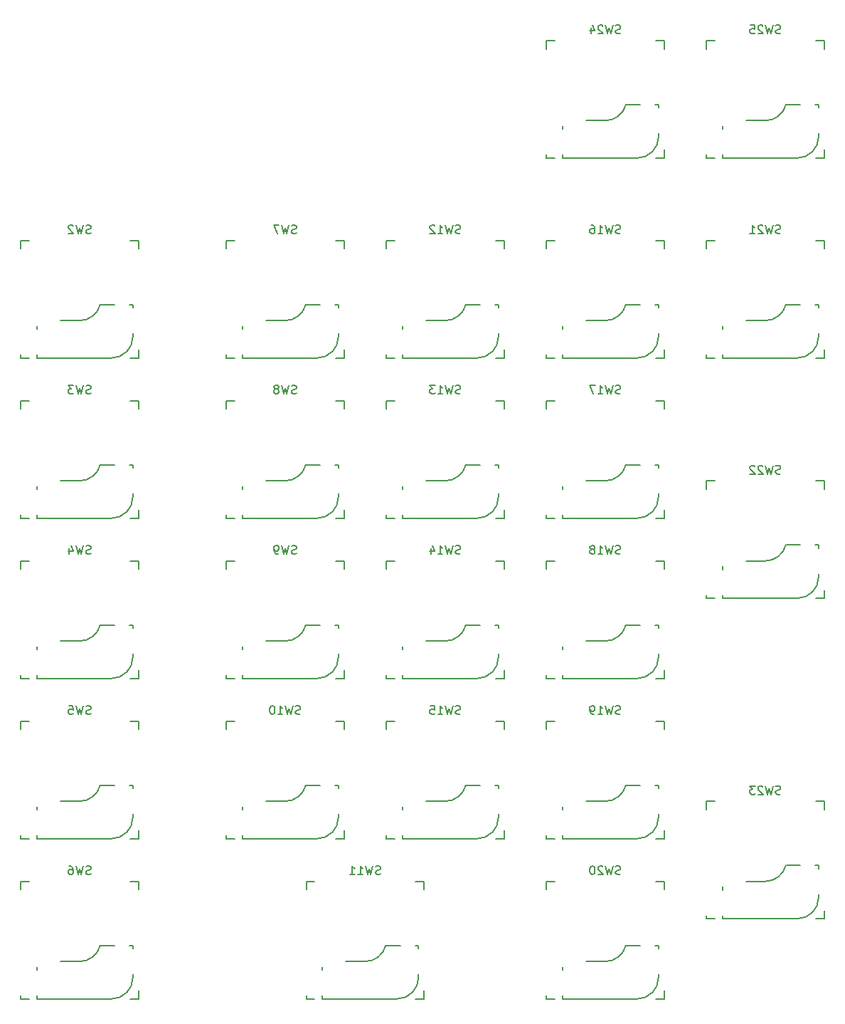
<source format=gbr>
%TF.GenerationSoftware,KiCad,Pcbnew,7.0.7*%
%TF.CreationDate,2024-03-05T00:21:34+09:00*%
%TF.ProjectId,RP2040_KBD,52503230-3430-45f4-9b42-442e6b696361,rev?*%
%TF.SameCoordinates,Original*%
%TF.FileFunction,Legend,Bot*%
%TF.FilePolarity,Positive*%
%FSLAX46Y46*%
G04 Gerber Fmt 4.6, Leading zero omitted, Abs format (unit mm)*
G04 Created by KiCad (PCBNEW 7.0.7) date 2024-03-05 00:21:34*
%MOMM*%
%LPD*%
G01*
G04 APERTURE LIST*
%ADD10C,0.150000*%
G04 APERTURE END LIST*
D10*
X53423332Y-75672200D02*
X53280475Y-75719819D01*
X53280475Y-75719819D02*
X53042380Y-75719819D01*
X53042380Y-75719819D02*
X52947142Y-75672200D01*
X52947142Y-75672200D02*
X52899523Y-75624580D01*
X52899523Y-75624580D02*
X52851904Y-75529342D01*
X52851904Y-75529342D02*
X52851904Y-75434104D01*
X52851904Y-75434104D02*
X52899523Y-75338866D01*
X52899523Y-75338866D02*
X52947142Y-75291247D01*
X52947142Y-75291247D02*
X53042380Y-75243628D01*
X53042380Y-75243628D02*
X53232856Y-75196009D01*
X53232856Y-75196009D02*
X53328094Y-75148390D01*
X53328094Y-75148390D02*
X53375713Y-75100771D01*
X53375713Y-75100771D02*
X53423332Y-75005533D01*
X53423332Y-75005533D02*
X53423332Y-74910295D01*
X53423332Y-74910295D02*
X53375713Y-74815057D01*
X53375713Y-74815057D02*
X53328094Y-74767438D01*
X53328094Y-74767438D02*
X53232856Y-74719819D01*
X53232856Y-74719819D02*
X52994761Y-74719819D01*
X52994761Y-74719819D02*
X52851904Y-74767438D01*
X52518570Y-74719819D02*
X52280475Y-75719819D01*
X52280475Y-75719819D02*
X52089999Y-75005533D01*
X52089999Y-75005533D02*
X51899523Y-75719819D01*
X51899523Y-75719819D02*
X51661428Y-74719819D01*
X51375713Y-74719819D02*
X50756666Y-74719819D01*
X50756666Y-74719819D02*
X51089999Y-75100771D01*
X51089999Y-75100771D02*
X50947142Y-75100771D01*
X50947142Y-75100771D02*
X50851904Y-75148390D01*
X50851904Y-75148390D02*
X50804285Y-75196009D01*
X50804285Y-75196009D02*
X50756666Y-75291247D01*
X50756666Y-75291247D02*
X50756666Y-75529342D01*
X50756666Y-75529342D02*
X50804285Y-75624580D01*
X50804285Y-75624580D02*
X50851904Y-75672200D01*
X50851904Y-75672200D02*
X50947142Y-75719819D01*
X50947142Y-75719819D02*
X51232856Y-75719819D01*
X51232856Y-75719819D02*
X51328094Y-75672200D01*
X51328094Y-75672200D02*
X51375713Y-75624580D01*
X97419523Y-94722200D02*
X97276666Y-94769819D01*
X97276666Y-94769819D02*
X97038571Y-94769819D01*
X97038571Y-94769819D02*
X96943333Y-94722200D01*
X96943333Y-94722200D02*
X96895714Y-94674580D01*
X96895714Y-94674580D02*
X96848095Y-94579342D01*
X96848095Y-94579342D02*
X96848095Y-94484104D01*
X96848095Y-94484104D02*
X96895714Y-94388866D01*
X96895714Y-94388866D02*
X96943333Y-94341247D01*
X96943333Y-94341247D02*
X97038571Y-94293628D01*
X97038571Y-94293628D02*
X97229047Y-94246009D01*
X97229047Y-94246009D02*
X97324285Y-94198390D01*
X97324285Y-94198390D02*
X97371904Y-94150771D01*
X97371904Y-94150771D02*
X97419523Y-94055533D01*
X97419523Y-94055533D02*
X97419523Y-93960295D01*
X97419523Y-93960295D02*
X97371904Y-93865057D01*
X97371904Y-93865057D02*
X97324285Y-93817438D01*
X97324285Y-93817438D02*
X97229047Y-93769819D01*
X97229047Y-93769819D02*
X96990952Y-93769819D01*
X96990952Y-93769819D02*
X96848095Y-93817438D01*
X96514761Y-93769819D02*
X96276666Y-94769819D01*
X96276666Y-94769819D02*
X96086190Y-94055533D01*
X96086190Y-94055533D02*
X95895714Y-94769819D01*
X95895714Y-94769819D02*
X95657619Y-93769819D01*
X94752857Y-94769819D02*
X95324285Y-94769819D01*
X95038571Y-94769819D02*
X95038571Y-93769819D01*
X95038571Y-93769819D02*
X95133809Y-93912676D01*
X95133809Y-93912676D02*
X95229047Y-94007914D01*
X95229047Y-94007914D02*
X95324285Y-94055533D01*
X93895714Y-94103152D02*
X93895714Y-94769819D01*
X94133809Y-93722200D02*
X94371904Y-94436485D01*
X94371904Y-94436485D02*
X93752857Y-94436485D01*
X53423332Y-132822200D02*
X53280475Y-132869819D01*
X53280475Y-132869819D02*
X53042380Y-132869819D01*
X53042380Y-132869819D02*
X52947142Y-132822200D01*
X52947142Y-132822200D02*
X52899523Y-132774580D01*
X52899523Y-132774580D02*
X52851904Y-132679342D01*
X52851904Y-132679342D02*
X52851904Y-132584104D01*
X52851904Y-132584104D02*
X52899523Y-132488866D01*
X52899523Y-132488866D02*
X52947142Y-132441247D01*
X52947142Y-132441247D02*
X53042380Y-132393628D01*
X53042380Y-132393628D02*
X53232856Y-132346009D01*
X53232856Y-132346009D02*
X53328094Y-132298390D01*
X53328094Y-132298390D02*
X53375713Y-132250771D01*
X53375713Y-132250771D02*
X53423332Y-132155533D01*
X53423332Y-132155533D02*
X53423332Y-132060295D01*
X53423332Y-132060295D02*
X53375713Y-131965057D01*
X53375713Y-131965057D02*
X53328094Y-131917438D01*
X53328094Y-131917438D02*
X53232856Y-131869819D01*
X53232856Y-131869819D02*
X52994761Y-131869819D01*
X52994761Y-131869819D02*
X52851904Y-131917438D01*
X52518570Y-131869819D02*
X52280475Y-132869819D01*
X52280475Y-132869819D02*
X52089999Y-132155533D01*
X52089999Y-132155533D02*
X51899523Y-132869819D01*
X51899523Y-132869819D02*
X51661428Y-131869819D01*
X50851904Y-131869819D02*
X51042380Y-131869819D01*
X51042380Y-131869819D02*
X51137618Y-131917438D01*
X51137618Y-131917438D02*
X51185237Y-131965057D01*
X51185237Y-131965057D02*
X51280475Y-132107914D01*
X51280475Y-132107914D02*
X51328094Y-132298390D01*
X51328094Y-132298390D02*
X51328094Y-132679342D01*
X51328094Y-132679342D02*
X51280475Y-132774580D01*
X51280475Y-132774580D02*
X51232856Y-132822200D01*
X51232856Y-132822200D02*
X51137618Y-132869819D01*
X51137618Y-132869819D02*
X50947142Y-132869819D01*
X50947142Y-132869819D02*
X50851904Y-132822200D01*
X50851904Y-132822200D02*
X50804285Y-132774580D01*
X50804285Y-132774580D02*
X50756666Y-132679342D01*
X50756666Y-132679342D02*
X50756666Y-132441247D01*
X50756666Y-132441247D02*
X50804285Y-132346009D01*
X50804285Y-132346009D02*
X50851904Y-132298390D01*
X50851904Y-132298390D02*
X50947142Y-132250771D01*
X50947142Y-132250771D02*
X51137618Y-132250771D01*
X51137618Y-132250771D02*
X51232856Y-132298390D01*
X51232856Y-132298390D02*
X51280475Y-132346009D01*
X51280475Y-132346009D02*
X51328094Y-132441247D01*
X77893332Y-75672200D02*
X77750475Y-75719819D01*
X77750475Y-75719819D02*
X77512380Y-75719819D01*
X77512380Y-75719819D02*
X77417142Y-75672200D01*
X77417142Y-75672200D02*
X77369523Y-75624580D01*
X77369523Y-75624580D02*
X77321904Y-75529342D01*
X77321904Y-75529342D02*
X77321904Y-75434104D01*
X77321904Y-75434104D02*
X77369523Y-75338866D01*
X77369523Y-75338866D02*
X77417142Y-75291247D01*
X77417142Y-75291247D02*
X77512380Y-75243628D01*
X77512380Y-75243628D02*
X77702856Y-75196009D01*
X77702856Y-75196009D02*
X77798094Y-75148390D01*
X77798094Y-75148390D02*
X77845713Y-75100771D01*
X77845713Y-75100771D02*
X77893332Y-75005533D01*
X77893332Y-75005533D02*
X77893332Y-74910295D01*
X77893332Y-74910295D02*
X77845713Y-74815057D01*
X77845713Y-74815057D02*
X77798094Y-74767438D01*
X77798094Y-74767438D02*
X77702856Y-74719819D01*
X77702856Y-74719819D02*
X77464761Y-74719819D01*
X77464761Y-74719819D02*
X77321904Y-74767438D01*
X76988570Y-74719819D02*
X76750475Y-75719819D01*
X76750475Y-75719819D02*
X76559999Y-75005533D01*
X76559999Y-75005533D02*
X76369523Y-75719819D01*
X76369523Y-75719819D02*
X76131428Y-74719819D01*
X75607618Y-75148390D02*
X75702856Y-75100771D01*
X75702856Y-75100771D02*
X75750475Y-75053152D01*
X75750475Y-75053152D02*
X75798094Y-74957914D01*
X75798094Y-74957914D02*
X75798094Y-74910295D01*
X75798094Y-74910295D02*
X75750475Y-74815057D01*
X75750475Y-74815057D02*
X75702856Y-74767438D01*
X75702856Y-74767438D02*
X75607618Y-74719819D01*
X75607618Y-74719819D02*
X75417142Y-74719819D01*
X75417142Y-74719819D02*
X75321904Y-74767438D01*
X75321904Y-74767438D02*
X75274285Y-74815057D01*
X75274285Y-74815057D02*
X75226666Y-74910295D01*
X75226666Y-74910295D02*
X75226666Y-74957914D01*
X75226666Y-74957914D02*
X75274285Y-75053152D01*
X75274285Y-75053152D02*
X75321904Y-75100771D01*
X75321904Y-75100771D02*
X75417142Y-75148390D01*
X75417142Y-75148390D02*
X75607618Y-75148390D01*
X75607618Y-75148390D02*
X75702856Y-75196009D01*
X75702856Y-75196009D02*
X75750475Y-75243628D01*
X75750475Y-75243628D02*
X75798094Y-75338866D01*
X75798094Y-75338866D02*
X75798094Y-75529342D01*
X75798094Y-75529342D02*
X75750475Y-75624580D01*
X75750475Y-75624580D02*
X75702856Y-75672200D01*
X75702856Y-75672200D02*
X75607618Y-75719819D01*
X75607618Y-75719819D02*
X75417142Y-75719819D01*
X75417142Y-75719819D02*
X75321904Y-75672200D01*
X75321904Y-75672200D02*
X75274285Y-75624580D01*
X75274285Y-75624580D02*
X75226666Y-75529342D01*
X75226666Y-75529342D02*
X75226666Y-75338866D01*
X75226666Y-75338866D02*
X75274285Y-75243628D01*
X75274285Y-75243628D02*
X75321904Y-75196009D01*
X75321904Y-75196009D02*
X75417142Y-75148390D01*
X116469523Y-75672200D02*
X116326666Y-75719819D01*
X116326666Y-75719819D02*
X116088571Y-75719819D01*
X116088571Y-75719819D02*
X115993333Y-75672200D01*
X115993333Y-75672200D02*
X115945714Y-75624580D01*
X115945714Y-75624580D02*
X115898095Y-75529342D01*
X115898095Y-75529342D02*
X115898095Y-75434104D01*
X115898095Y-75434104D02*
X115945714Y-75338866D01*
X115945714Y-75338866D02*
X115993333Y-75291247D01*
X115993333Y-75291247D02*
X116088571Y-75243628D01*
X116088571Y-75243628D02*
X116279047Y-75196009D01*
X116279047Y-75196009D02*
X116374285Y-75148390D01*
X116374285Y-75148390D02*
X116421904Y-75100771D01*
X116421904Y-75100771D02*
X116469523Y-75005533D01*
X116469523Y-75005533D02*
X116469523Y-74910295D01*
X116469523Y-74910295D02*
X116421904Y-74815057D01*
X116421904Y-74815057D02*
X116374285Y-74767438D01*
X116374285Y-74767438D02*
X116279047Y-74719819D01*
X116279047Y-74719819D02*
X116040952Y-74719819D01*
X116040952Y-74719819D02*
X115898095Y-74767438D01*
X115564761Y-74719819D02*
X115326666Y-75719819D01*
X115326666Y-75719819D02*
X115136190Y-75005533D01*
X115136190Y-75005533D02*
X114945714Y-75719819D01*
X114945714Y-75719819D02*
X114707619Y-74719819D01*
X113802857Y-75719819D02*
X114374285Y-75719819D01*
X114088571Y-75719819D02*
X114088571Y-74719819D01*
X114088571Y-74719819D02*
X114183809Y-74862676D01*
X114183809Y-74862676D02*
X114279047Y-74957914D01*
X114279047Y-74957914D02*
X114374285Y-75005533D01*
X113469523Y-74719819D02*
X112802857Y-74719819D01*
X112802857Y-74719819D02*
X113231428Y-75719819D01*
X97419523Y-75672200D02*
X97276666Y-75719819D01*
X97276666Y-75719819D02*
X97038571Y-75719819D01*
X97038571Y-75719819D02*
X96943333Y-75672200D01*
X96943333Y-75672200D02*
X96895714Y-75624580D01*
X96895714Y-75624580D02*
X96848095Y-75529342D01*
X96848095Y-75529342D02*
X96848095Y-75434104D01*
X96848095Y-75434104D02*
X96895714Y-75338866D01*
X96895714Y-75338866D02*
X96943333Y-75291247D01*
X96943333Y-75291247D02*
X97038571Y-75243628D01*
X97038571Y-75243628D02*
X97229047Y-75196009D01*
X97229047Y-75196009D02*
X97324285Y-75148390D01*
X97324285Y-75148390D02*
X97371904Y-75100771D01*
X97371904Y-75100771D02*
X97419523Y-75005533D01*
X97419523Y-75005533D02*
X97419523Y-74910295D01*
X97419523Y-74910295D02*
X97371904Y-74815057D01*
X97371904Y-74815057D02*
X97324285Y-74767438D01*
X97324285Y-74767438D02*
X97229047Y-74719819D01*
X97229047Y-74719819D02*
X96990952Y-74719819D01*
X96990952Y-74719819D02*
X96848095Y-74767438D01*
X96514761Y-74719819D02*
X96276666Y-75719819D01*
X96276666Y-75719819D02*
X96086190Y-75005533D01*
X96086190Y-75005533D02*
X95895714Y-75719819D01*
X95895714Y-75719819D02*
X95657619Y-74719819D01*
X94752857Y-75719819D02*
X95324285Y-75719819D01*
X95038571Y-75719819D02*
X95038571Y-74719819D01*
X95038571Y-74719819D02*
X95133809Y-74862676D01*
X95133809Y-74862676D02*
X95229047Y-74957914D01*
X95229047Y-74957914D02*
X95324285Y-75005533D01*
X94419523Y-74719819D02*
X93800476Y-74719819D01*
X93800476Y-74719819D02*
X94133809Y-75100771D01*
X94133809Y-75100771D02*
X93990952Y-75100771D01*
X93990952Y-75100771D02*
X93895714Y-75148390D01*
X93895714Y-75148390D02*
X93848095Y-75196009D01*
X93848095Y-75196009D02*
X93800476Y-75291247D01*
X93800476Y-75291247D02*
X93800476Y-75529342D01*
X93800476Y-75529342D02*
X93848095Y-75624580D01*
X93848095Y-75624580D02*
X93895714Y-75672200D01*
X93895714Y-75672200D02*
X93990952Y-75719819D01*
X93990952Y-75719819D02*
X94276666Y-75719819D01*
X94276666Y-75719819D02*
X94371904Y-75672200D01*
X94371904Y-75672200D02*
X94419523Y-75624580D01*
X97419523Y-113772200D02*
X97276666Y-113819819D01*
X97276666Y-113819819D02*
X97038571Y-113819819D01*
X97038571Y-113819819D02*
X96943333Y-113772200D01*
X96943333Y-113772200D02*
X96895714Y-113724580D01*
X96895714Y-113724580D02*
X96848095Y-113629342D01*
X96848095Y-113629342D02*
X96848095Y-113534104D01*
X96848095Y-113534104D02*
X96895714Y-113438866D01*
X96895714Y-113438866D02*
X96943333Y-113391247D01*
X96943333Y-113391247D02*
X97038571Y-113343628D01*
X97038571Y-113343628D02*
X97229047Y-113296009D01*
X97229047Y-113296009D02*
X97324285Y-113248390D01*
X97324285Y-113248390D02*
X97371904Y-113200771D01*
X97371904Y-113200771D02*
X97419523Y-113105533D01*
X97419523Y-113105533D02*
X97419523Y-113010295D01*
X97419523Y-113010295D02*
X97371904Y-112915057D01*
X97371904Y-112915057D02*
X97324285Y-112867438D01*
X97324285Y-112867438D02*
X97229047Y-112819819D01*
X97229047Y-112819819D02*
X96990952Y-112819819D01*
X96990952Y-112819819D02*
X96848095Y-112867438D01*
X96514761Y-112819819D02*
X96276666Y-113819819D01*
X96276666Y-113819819D02*
X96086190Y-113105533D01*
X96086190Y-113105533D02*
X95895714Y-113819819D01*
X95895714Y-113819819D02*
X95657619Y-112819819D01*
X94752857Y-113819819D02*
X95324285Y-113819819D01*
X95038571Y-113819819D02*
X95038571Y-112819819D01*
X95038571Y-112819819D02*
X95133809Y-112962676D01*
X95133809Y-112962676D02*
X95229047Y-113057914D01*
X95229047Y-113057914D02*
X95324285Y-113105533D01*
X93848095Y-112819819D02*
X94324285Y-112819819D01*
X94324285Y-112819819D02*
X94371904Y-113296009D01*
X94371904Y-113296009D02*
X94324285Y-113248390D01*
X94324285Y-113248390D02*
X94229047Y-113200771D01*
X94229047Y-113200771D02*
X93990952Y-113200771D01*
X93990952Y-113200771D02*
X93895714Y-113248390D01*
X93895714Y-113248390D02*
X93848095Y-113296009D01*
X93848095Y-113296009D02*
X93800476Y-113391247D01*
X93800476Y-113391247D02*
X93800476Y-113629342D01*
X93800476Y-113629342D02*
X93848095Y-113724580D01*
X93848095Y-113724580D02*
X93895714Y-113772200D01*
X93895714Y-113772200D02*
X93990952Y-113819819D01*
X93990952Y-113819819D02*
X94229047Y-113819819D01*
X94229047Y-113819819D02*
X94324285Y-113772200D01*
X94324285Y-113772200D02*
X94371904Y-113724580D01*
X135519523Y-85197200D02*
X135376666Y-85244819D01*
X135376666Y-85244819D02*
X135138571Y-85244819D01*
X135138571Y-85244819D02*
X135043333Y-85197200D01*
X135043333Y-85197200D02*
X134995714Y-85149580D01*
X134995714Y-85149580D02*
X134948095Y-85054342D01*
X134948095Y-85054342D02*
X134948095Y-84959104D01*
X134948095Y-84959104D02*
X134995714Y-84863866D01*
X134995714Y-84863866D02*
X135043333Y-84816247D01*
X135043333Y-84816247D02*
X135138571Y-84768628D01*
X135138571Y-84768628D02*
X135329047Y-84721009D01*
X135329047Y-84721009D02*
X135424285Y-84673390D01*
X135424285Y-84673390D02*
X135471904Y-84625771D01*
X135471904Y-84625771D02*
X135519523Y-84530533D01*
X135519523Y-84530533D02*
X135519523Y-84435295D01*
X135519523Y-84435295D02*
X135471904Y-84340057D01*
X135471904Y-84340057D02*
X135424285Y-84292438D01*
X135424285Y-84292438D02*
X135329047Y-84244819D01*
X135329047Y-84244819D02*
X135090952Y-84244819D01*
X135090952Y-84244819D02*
X134948095Y-84292438D01*
X134614761Y-84244819D02*
X134376666Y-85244819D01*
X134376666Y-85244819D02*
X134186190Y-84530533D01*
X134186190Y-84530533D02*
X133995714Y-85244819D01*
X133995714Y-85244819D02*
X133757619Y-84244819D01*
X133424285Y-84340057D02*
X133376666Y-84292438D01*
X133376666Y-84292438D02*
X133281428Y-84244819D01*
X133281428Y-84244819D02*
X133043333Y-84244819D01*
X133043333Y-84244819D02*
X132948095Y-84292438D01*
X132948095Y-84292438D02*
X132900476Y-84340057D01*
X132900476Y-84340057D02*
X132852857Y-84435295D01*
X132852857Y-84435295D02*
X132852857Y-84530533D01*
X132852857Y-84530533D02*
X132900476Y-84673390D01*
X132900476Y-84673390D02*
X133471904Y-85244819D01*
X133471904Y-85244819D02*
X132852857Y-85244819D01*
X132471904Y-84340057D02*
X132424285Y-84292438D01*
X132424285Y-84292438D02*
X132329047Y-84244819D01*
X132329047Y-84244819D02*
X132090952Y-84244819D01*
X132090952Y-84244819D02*
X131995714Y-84292438D01*
X131995714Y-84292438D02*
X131948095Y-84340057D01*
X131948095Y-84340057D02*
X131900476Y-84435295D01*
X131900476Y-84435295D02*
X131900476Y-84530533D01*
X131900476Y-84530533D02*
X131948095Y-84673390D01*
X131948095Y-84673390D02*
X132519523Y-85244819D01*
X132519523Y-85244819D02*
X131900476Y-85244819D01*
X87894523Y-132822200D02*
X87751666Y-132869819D01*
X87751666Y-132869819D02*
X87513571Y-132869819D01*
X87513571Y-132869819D02*
X87418333Y-132822200D01*
X87418333Y-132822200D02*
X87370714Y-132774580D01*
X87370714Y-132774580D02*
X87323095Y-132679342D01*
X87323095Y-132679342D02*
X87323095Y-132584104D01*
X87323095Y-132584104D02*
X87370714Y-132488866D01*
X87370714Y-132488866D02*
X87418333Y-132441247D01*
X87418333Y-132441247D02*
X87513571Y-132393628D01*
X87513571Y-132393628D02*
X87704047Y-132346009D01*
X87704047Y-132346009D02*
X87799285Y-132298390D01*
X87799285Y-132298390D02*
X87846904Y-132250771D01*
X87846904Y-132250771D02*
X87894523Y-132155533D01*
X87894523Y-132155533D02*
X87894523Y-132060295D01*
X87894523Y-132060295D02*
X87846904Y-131965057D01*
X87846904Y-131965057D02*
X87799285Y-131917438D01*
X87799285Y-131917438D02*
X87704047Y-131869819D01*
X87704047Y-131869819D02*
X87465952Y-131869819D01*
X87465952Y-131869819D02*
X87323095Y-131917438D01*
X86989761Y-131869819D02*
X86751666Y-132869819D01*
X86751666Y-132869819D02*
X86561190Y-132155533D01*
X86561190Y-132155533D02*
X86370714Y-132869819D01*
X86370714Y-132869819D02*
X86132619Y-131869819D01*
X85227857Y-132869819D02*
X85799285Y-132869819D01*
X85513571Y-132869819D02*
X85513571Y-131869819D01*
X85513571Y-131869819D02*
X85608809Y-132012676D01*
X85608809Y-132012676D02*
X85704047Y-132107914D01*
X85704047Y-132107914D02*
X85799285Y-132155533D01*
X84275476Y-132869819D02*
X84846904Y-132869819D01*
X84561190Y-132869819D02*
X84561190Y-131869819D01*
X84561190Y-131869819D02*
X84656428Y-132012676D01*
X84656428Y-132012676D02*
X84751666Y-132107914D01*
X84751666Y-132107914D02*
X84846904Y-132155533D01*
X97419523Y-56622200D02*
X97276666Y-56669819D01*
X97276666Y-56669819D02*
X97038571Y-56669819D01*
X97038571Y-56669819D02*
X96943333Y-56622200D01*
X96943333Y-56622200D02*
X96895714Y-56574580D01*
X96895714Y-56574580D02*
X96848095Y-56479342D01*
X96848095Y-56479342D02*
X96848095Y-56384104D01*
X96848095Y-56384104D02*
X96895714Y-56288866D01*
X96895714Y-56288866D02*
X96943333Y-56241247D01*
X96943333Y-56241247D02*
X97038571Y-56193628D01*
X97038571Y-56193628D02*
X97229047Y-56146009D01*
X97229047Y-56146009D02*
X97324285Y-56098390D01*
X97324285Y-56098390D02*
X97371904Y-56050771D01*
X97371904Y-56050771D02*
X97419523Y-55955533D01*
X97419523Y-55955533D02*
X97419523Y-55860295D01*
X97419523Y-55860295D02*
X97371904Y-55765057D01*
X97371904Y-55765057D02*
X97324285Y-55717438D01*
X97324285Y-55717438D02*
X97229047Y-55669819D01*
X97229047Y-55669819D02*
X96990952Y-55669819D01*
X96990952Y-55669819D02*
X96848095Y-55717438D01*
X96514761Y-55669819D02*
X96276666Y-56669819D01*
X96276666Y-56669819D02*
X96086190Y-55955533D01*
X96086190Y-55955533D02*
X95895714Y-56669819D01*
X95895714Y-56669819D02*
X95657619Y-55669819D01*
X94752857Y-56669819D02*
X95324285Y-56669819D01*
X95038571Y-56669819D02*
X95038571Y-55669819D01*
X95038571Y-55669819D02*
X95133809Y-55812676D01*
X95133809Y-55812676D02*
X95229047Y-55907914D01*
X95229047Y-55907914D02*
X95324285Y-55955533D01*
X94371904Y-55765057D02*
X94324285Y-55717438D01*
X94324285Y-55717438D02*
X94229047Y-55669819D01*
X94229047Y-55669819D02*
X93990952Y-55669819D01*
X93990952Y-55669819D02*
X93895714Y-55717438D01*
X93895714Y-55717438D02*
X93848095Y-55765057D01*
X93848095Y-55765057D02*
X93800476Y-55860295D01*
X93800476Y-55860295D02*
X93800476Y-55955533D01*
X93800476Y-55955533D02*
X93848095Y-56098390D01*
X93848095Y-56098390D02*
X94419523Y-56669819D01*
X94419523Y-56669819D02*
X93800476Y-56669819D01*
X53423332Y-94722200D02*
X53280475Y-94769819D01*
X53280475Y-94769819D02*
X53042380Y-94769819D01*
X53042380Y-94769819D02*
X52947142Y-94722200D01*
X52947142Y-94722200D02*
X52899523Y-94674580D01*
X52899523Y-94674580D02*
X52851904Y-94579342D01*
X52851904Y-94579342D02*
X52851904Y-94484104D01*
X52851904Y-94484104D02*
X52899523Y-94388866D01*
X52899523Y-94388866D02*
X52947142Y-94341247D01*
X52947142Y-94341247D02*
X53042380Y-94293628D01*
X53042380Y-94293628D02*
X53232856Y-94246009D01*
X53232856Y-94246009D02*
X53328094Y-94198390D01*
X53328094Y-94198390D02*
X53375713Y-94150771D01*
X53375713Y-94150771D02*
X53423332Y-94055533D01*
X53423332Y-94055533D02*
X53423332Y-93960295D01*
X53423332Y-93960295D02*
X53375713Y-93865057D01*
X53375713Y-93865057D02*
X53328094Y-93817438D01*
X53328094Y-93817438D02*
X53232856Y-93769819D01*
X53232856Y-93769819D02*
X52994761Y-93769819D01*
X52994761Y-93769819D02*
X52851904Y-93817438D01*
X52518570Y-93769819D02*
X52280475Y-94769819D01*
X52280475Y-94769819D02*
X52089999Y-94055533D01*
X52089999Y-94055533D02*
X51899523Y-94769819D01*
X51899523Y-94769819D02*
X51661428Y-93769819D01*
X50851904Y-94103152D02*
X50851904Y-94769819D01*
X51089999Y-93722200D02*
X51328094Y-94436485D01*
X51328094Y-94436485D02*
X50709047Y-94436485D01*
X53423332Y-113772200D02*
X53280475Y-113819819D01*
X53280475Y-113819819D02*
X53042380Y-113819819D01*
X53042380Y-113819819D02*
X52947142Y-113772200D01*
X52947142Y-113772200D02*
X52899523Y-113724580D01*
X52899523Y-113724580D02*
X52851904Y-113629342D01*
X52851904Y-113629342D02*
X52851904Y-113534104D01*
X52851904Y-113534104D02*
X52899523Y-113438866D01*
X52899523Y-113438866D02*
X52947142Y-113391247D01*
X52947142Y-113391247D02*
X53042380Y-113343628D01*
X53042380Y-113343628D02*
X53232856Y-113296009D01*
X53232856Y-113296009D02*
X53328094Y-113248390D01*
X53328094Y-113248390D02*
X53375713Y-113200771D01*
X53375713Y-113200771D02*
X53423332Y-113105533D01*
X53423332Y-113105533D02*
X53423332Y-113010295D01*
X53423332Y-113010295D02*
X53375713Y-112915057D01*
X53375713Y-112915057D02*
X53328094Y-112867438D01*
X53328094Y-112867438D02*
X53232856Y-112819819D01*
X53232856Y-112819819D02*
X52994761Y-112819819D01*
X52994761Y-112819819D02*
X52851904Y-112867438D01*
X52518570Y-112819819D02*
X52280475Y-113819819D01*
X52280475Y-113819819D02*
X52089999Y-113105533D01*
X52089999Y-113105533D02*
X51899523Y-113819819D01*
X51899523Y-113819819D02*
X51661428Y-112819819D01*
X50804285Y-112819819D02*
X51280475Y-112819819D01*
X51280475Y-112819819D02*
X51328094Y-113296009D01*
X51328094Y-113296009D02*
X51280475Y-113248390D01*
X51280475Y-113248390D02*
X51185237Y-113200771D01*
X51185237Y-113200771D02*
X50947142Y-113200771D01*
X50947142Y-113200771D02*
X50851904Y-113248390D01*
X50851904Y-113248390D02*
X50804285Y-113296009D01*
X50804285Y-113296009D02*
X50756666Y-113391247D01*
X50756666Y-113391247D02*
X50756666Y-113629342D01*
X50756666Y-113629342D02*
X50804285Y-113724580D01*
X50804285Y-113724580D02*
X50851904Y-113772200D01*
X50851904Y-113772200D02*
X50947142Y-113819819D01*
X50947142Y-113819819D02*
X51185237Y-113819819D01*
X51185237Y-113819819D02*
X51280475Y-113772200D01*
X51280475Y-113772200D02*
X51328094Y-113724580D01*
X116469523Y-113772200D02*
X116326666Y-113819819D01*
X116326666Y-113819819D02*
X116088571Y-113819819D01*
X116088571Y-113819819D02*
X115993333Y-113772200D01*
X115993333Y-113772200D02*
X115945714Y-113724580D01*
X115945714Y-113724580D02*
X115898095Y-113629342D01*
X115898095Y-113629342D02*
X115898095Y-113534104D01*
X115898095Y-113534104D02*
X115945714Y-113438866D01*
X115945714Y-113438866D02*
X115993333Y-113391247D01*
X115993333Y-113391247D02*
X116088571Y-113343628D01*
X116088571Y-113343628D02*
X116279047Y-113296009D01*
X116279047Y-113296009D02*
X116374285Y-113248390D01*
X116374285Y-113248390D02*
X116421904Y-113200771D01*
X116421904Y-113200771D02*
X116469523Y-113105533D01*
X116469523Y-113105533D02*
X116469523Y-113010295D01*
X116469523Y-113010295D02*
X116421904Y-112915057D01*
X116421904Y-112915057D02*
X116374285Y-112867438D01*
X116374285Y-112867438D02*
X116279047Y-112819819D01*
X116279047Y-112819819D02*
X116040952Y-112819819D01*
X116040952Y-112819819D02*
X115898095Y-112867438D01*
X115564761Y-112819819D02*
X115326666Y-113819819D01*
X115326666Y-113819819D02*
X115136190Y-113105533D01*
X115136190Y-113105533D02*
X114945714Y-113819819D01*
X114945714Y-113819819D02*
X114707619Y-112819819D01*
X113802857Y-113819819D02*
X114374285Y-113819819D01*
X114088571Y-113819819D02*
X114088571Y-112819819D01*
X114088571Y-112819819D02*
X114183809Y-112962676D01*
X114183809Y-112962676D02*
X114279047Y-113057914D01*
X114279047Y-113057914D02*
X114374285Y-113105533D01*
X113326666Y-113819819D02*
X113136190Y-113819819D01*
X113136190Y-113819819D02*
X113040952Y-113772200D01*
X113040952Y-113772200D02*
X112993333Y-113724580D01*
X112993333Y-113724580D02*
X112898095Y-113581723D01*
X112898095Y-113581723D02*
X112850476Y-113391247D01*
X112850476Y-113391247D02*
X112850476Y-113010295D01*
X112850476Y-113010295D02*
X112898095Y-112915057D01*
X112898095Y-112915057D02*
X112945714Y-112867438D01*
X112945714Y-112867438D02*
X113040952Y-112819819D01*
X113040952Y-112819819D02*
X113231428Y-112819819D01*
X113231428Y-112819819D02*
X113326666Y-112867438D01*
X113326666Y-112867438D02*
X113374285Y-112915057D01*
X113374285Y-112915057D02*
X113421904Y-113010295D01*
X113421904Y-113010295D02*
X113421904Y-113248390D01*
X113421904Y-113248390D02*
X113374285Y-113343628D01*
X113374285Y-113343628D02*
X113326666Y-113391247D01*
X113326666Y-113391247D02*
X113231428Y-113438866D01*
X113231428Y-113438866D02*
X113040952Y-113438866D01*
X113040952Y-113438866D02*
X112945714Y-113391247D01*
X112945714Y-113391247D02*
X112898095Y-113343628D01*
X112898095Y-113343628D02*
X112850476Y-113248390D01*
X116469523Y-94722200D02*
X116326666Y-94769819D01*
X116326666Y-94769819D02*
X116088571Y-94769819D01*
X116088571Y-94769819D02*
X115993333Y-94722200D01*
X115993333Y-94722200D02*
X115945714Y-94674580D01*
X115945714Y-94674580D02*
X115898095Y-94579342D01*
X115898095Y-94579342D02*
X115898095Y-94484104D01*
X115898095Y-94484104D02*
X115945714Y-94388866D01*
X115945714Y-94388866D02*
X115993333Y-94341247D01*
X115993333Y-94341247D02*
X116088571Y-94293628D01*
X116088571Y-94293628D02*
X116279047Y-94246009D01*
X116279047Y-94246009D02*
X116374285Y-94198390D01*
X116374285Y-94198390D02*
X116421904Y-94150771D01*
X116421904Y-94150771D02*
X116469523Y-94055533D01*
X116469523Y-94055533D02*
X116469523Y-93960295D01*
X116469523Y-93960295D02*
X116421904Y-93865057D01*
X116421904Y-93865057D02*
X116374285Y-93817438D01*
X116374285Y-93817438D02*
X116279047Y-93769819D01*
X116279047Y-93769819D02*
X116040952Y-93769819D01*
X116040952Y-93769819D02*
X115898095Y-93817438D01*
X115564761Y-93769819D02*
X115326666Y-94769819D01*
X115326666Y-94769819D02*
X115136190Y-94055533D01*
X115136190Y-94055533D02*
X114945714Y-94769819D01*
X114945714Y-94769819D02*
X114707619Y-93769819D01*
X113802857Y-94769819D02*
X114374285Y-94769819D01*
X114088571Y-94769819D02*
X114088571Y-93769819D01*
X114088571Y-93769819D02*
X114183809Y-93912676D01*
X114183809Y-93912676D02*
X114279047Y-94007914D01*
X114279047Y-94007914D02*
X114374285Y-94055533D01*
X113231428Y-94198390D02*
X113326666Y-94150771D01*
X113326666Y-94150771D02*
X113374285Y-94103152D01*
X113374285Y-94103152D02*
X113421904Y-94007914D01*
X113421904Y-94007914D02*
X113421904Y-93960295D01*
X113421904Y-93960295D02*
X113374285Y-93865057D01*
X113374285Y-93865057D02*
X113326666Y-93817438D01*
X113326666Y-93817438D02*
X113231428Y-93769819D01*
X113231428Y-93769819D02*
X113040952Y-93769819D01*
X113040952Y-93769819D02*
X112945714Y-93817438D01*
X112945714Y-93817438D02*
X112898095Y-93865057D01*
X112898095Y-93865057D02*
X112850476Y-93960295D01*
X112850476Y-93960295D02*
X112850476Y-94007914D01*
X112850476Y-94007914D02*
X112898095Y-94103152D01*
X112898095Y-94103152D02*
X112945714Y-94150771D01*
X112945714Y-94150771D02*
X113040952Y-94198390D01*
X113040952Y-94198390D02*
X113231428Y-94198390D01*
X113231428Y-94198390D02*
X113326666Y-94246009D01*
X113326666Y-94246009D02*
X113374285Y-94293628D01*
X113374285Y-94293628D02*
X113421904Y-94388866D01*
X113421904Y-94388866D02*
X113421904Y-94579342D01*
X113421904Y-94579342D02*
X113374285Y-94674580D01*
X113374285Y-94674580D02*
X113326666Y-94722200D01*
X113326666Y-94722200D02*
X113231428Y-94769819D01*
X113231428Y-94769819D02*
X113040952Y-94769819D01*
X113040952Y-94769819D02*
X112945714Y-94722200D01*
X112945714Y-94722200D02*
X112898095Y-94674580D01*
X112898095Y-94674580D02*
X112850476Y-94579342D01*
X112850476Y-94579342D02*
X112850476Y-94388866D01*
X112850476Y-94388866D02*
X112898095Y-94293628D01*
X112898095Y-94293628D02*
X112945714Y-94246009D01*
X112945714Y-94246009D02*
X113040952Y-94198390D01*
X77893332Y-94722200D02*
X77750475Y-94769819D01*
X77750475Y-94769819D02*
X77512380Y-94769819D01*
X77512380Y-94769819D02*
X77417142Y-94722200D01*
X77417142Y-94722200D02*
X77369523Y-94674580D01*
X77369523Y-94674580D02*
X77321904Y-94579342D01*
X77321904Y-94579342D02*
X77321904Y-94484104D01*
X77321904Y-94484104D02*
X77369523Y-94388866D01*
X77369523Y-94388866D02*
X77417142Y-94341247D01*
X77417142Y-94341247D02*
X77512380Y-94293628D01*
X77512380Y-94293628D02*
X77702856Y-94246009D01*
X77702856Y-94246009D02*
X77798094Y-94198390D01*
X77798094Y-94198390D02*
X77845713Y-94150771D01*
X77845713Y-94150771D02*
X77893332Y-94055533D01*
X77893332Y-94055533D02*
X77893332Y-93960295D01*
X77893332Y-93960295D02*
X77845713Y-93865057D01*
X77845713Y-93865057D02*
X77798094Y-93817438D01*
X77798094Y-93817438D02*
X77702856Y-93769819D01*
X77702856Y-93769819D02*
X77464761Y-93769819D01*
X77464761Y-93769819D02*
X77321904Y-93817438D01*
X76988570Y-93769819D02*
X76750475Y-94769819D01*
X76750475Y-94769819D02*
X76559999Y-94055533D01*
X76559999Y-94055533D02*
X76369523Y-94769819D01*
X76369523Y-94769819D02*
X76131428Y-93769819D01*
X75702856Y-94769819D02*
X75512380Y-94769819D01*
X75512380Y-94769819D02*
X75417142Y-94722200D01*
X75417142Y-94722200D02*
X75369523Y-94674580D01*
X75369523Y-94674580D02*
X75274285Y-94531723D01*
X75274285Y-94531723D02*
X75226666Y-94341247D01*
X75226666Y-94341247D02*
X75226666Y-93960295D01*
X75226666Y-93960295D02*
X75274285Y-93865057D01*
X75274285Y-93865057D02*
X75321904Y-93817438D01*
X75321904Y-93817438D02*
X75417142Y-93769819D01*
X75417142Y-93769819D02*
X75607618Y-93769819D01*
X75607618Y-93769819D02*
X75702856Y-93817438D01*
X75702856Y-93817438D02*
X75750475Y-93865057D01*
X75750475Y-93865057D02*
X75798094Y-93960295D01*
X75798094Y-93960295D02*
X75798094Y-94198390D01*
X75798094Y-94198390D02*
X75750475Y-94293628D01*
X75750475Y-94293628D02*
X75702856Y-94341247D01*
X75702856Y-94341247D02*
X75607618Y-94388866D01*
X75607618Y-94388866D02*
X75417142Y-94388866D01*
X75417142Y-94388866D02*
X75321904Y-94341247D01*
X75321904Y-94341247D02*
X75274285Y-94293628D01*
X75274285Y-94293628D02*
X75226666Y-94198390D01*
X78369523Y-113772200D02*
X78226666Y-113819819D01*
X78226666Y-113819819D02*
X77988571Y-113819819D01*
X77988571Y-113819819D02*
X77893333Y-113772200D01*
X77893333Y-113772200D02*
X77845714Y-113724580D01*
X77845714Y-113724580D02*
X77798095Y-113629342D01*
X77798095Y-113629342D02*
X77798095Y-113534104D01*
X77798095Y-113534104D02*
X77845714Y-113438866D01*
X77845714Y-113438866D02*
X77893333Y-113391247D01*
X77893333Y-113391247D02*
X77988571Y-113343628D01*
X77988571Y-113343628D02*
X78179047Y-113296009D01*
X78179047Y-113296009D02*
X78274285Y-113248390D01*
X78274285Y-113248390D02*
X78321904Y-113200771D01*
X78321904Y-113200771D02*
X78369523Y-113105533D01*
X78369523Y-113105533D02*
X78369523Y-113010295D01*
X78369523Y-113010295D02*
X78321904Y-112915057D01*
X78321904Y-112915057D02*
X78274285Y-112867438D01*
X78274285Y-112867438D02*
X78179047Y-112819819D01*
X78179047Y-112819819D02*
X77940952Y-112819819D01*
X77940952Y-112819819D02*
X77798095Y-112867438D01*
X77464761Y-112819819D02*
X77226666Y-113819819D01*
X77226666Y-113819819D02*
X77036190Y-113105533D01*
X77036190Y-113105533D02*
X76845714Y-113819819D01*
X76845714Y-113819819D02*
X76607619Y-112819819D01*
X75702857Y-113819819D02*
X76274285Y-113819819D01*
X75988571Y-113819819D02*
X75988571Y-112819819D01*
X75988571Y-112819819D02*
X76083809Y-112962676D01*
X76083809Y-112962676D02*
X76179047Y-113057914D01*
X76179047Y-113057914D02*
X76274285Y-113105533D01*
X75083809Y-112819819D02*
X74988571Y-112819819D01*
X74988571Y-112819819D02*
X74893333Y-112867438D01*
X74893333Y-112867438D02*
X74845714Y-112915057D01*
X74845714Y-112915057D02*
X74798095Y-113010295D01*
X74798095Y-113010295D02*
X74750476Y-113200771D01*
X74750476Y-113200771D02*
X74750476Y-113438866D01*
X74750476Y-113438866D02*
X74798095Y-113629342D01*
X74798095Y-113629342D02*
X74845714Y-113724580D01*
X74845714Y-113724580D02*
X74893333Y-113772200D01*
X74893333Y-113772200D02*
X74988571Y-113819819D01*
X74988571Y-113819819D02*
X75083809Y-113819819D01*
X75083809Y-113819819D02*
X75179047Y-113772200D01*
X75179047Y-113772200D02*
X75226666Y-113724580D01*
X75226666Y-113724580D02*
X75274285Y-113629342D01*
X75274285Y-113629342D02*
X75321904Y-113438866D01*
X75321904Y-113438866D02*
X75321904Y-113200771D01*
X75321904Y-113200771D02*
X75274285Y-113010295D01*
X75274285Y-113010295D02*
X75226666Y-112915057D01*
X75226666Y-112915057D02*
X75179047Y-112867438D01*
X75179047Y-112867438D02*
X75083809Y-112819819D01*
X116469523Y-132822200D02*
X116326666Y-132869819D01*
X116326666Y-132869819D02*
X116088571Y-132869819D01*
X116088571Y-132869819D02*
X115993333Y-132822200D01*
X115993333Y-132822200D02*
X115945714Y-132774580D01*
X115945714Y-132774580D02*
X115898095Y-132679342D01*
X115898095Y-132679342D02*
X115898095Y-132584104D01*
X115898095Y-132584104D02*
X115945714Y-132488866D01*
X115945714Y-132488866D02*
X115993333Y-132441247D01*
X115993333Y-132441247D02*
X116088571Y-132393628D01*
X116088571Y-132393628D02*
X116279047Y-132346009D01*
X116279047Y-132346009D02*
X116374285Y-132298390D01*
X116374285Y-132298390D02*
X116421904Y-132250771D01*
X116421904Y-132250771D02*
X116469523Y-132155533D01*
X116469523Y-132155533D02*
X116469523Y-132060295D01*
X116469523Y-132060295D02*
X116421904Y-131965057D01*
X116421904Y-131965057D02*
X116374285Y-131917438D01*
X116374285Y-131917438D02*
X116279047Y-131869819D01*
X116279047Y-131869819D02*
X116040952Y-131869819D01*
X116040952Y-131869819D02*
X115898095Y-131917438D01*
X115564761Y-131869819D02*
X115326666Y-132869819D01*
X115326666Y-132869819D02*
X115136190Y-132155533D01*
X115136190Y-132155533D02*
X114945714Y-132869819D01*
X114945714Y-132869819D02*
X114707619Y-131869819D01*
X114374285Y-131965057D02*
X114326666Y-131917438D01*
X114326666Y-131917438D02*
X114231428Y-131869819D01*
X114231428Y-131869819D02*
X113993333Y-131869819D01*
X113993333Y-131869819D02*
X113898095Y-131917438D01*
X113898095Y-131917438D02*
X113850476Y-131965057D01*
X113850476Y-131965057D02*
X113802857Y-132060295D01*
X113802857Y-132060295D02*
X113802857Y-132155533D01*
X113802857Y-132155533D02*
X113850476Y-132298390D01*
X113850476Y-132298390D02*
X114421904Y-132869819D01*
X114421904Y-132869819D02*
X113802857Y-132869819D01*
X113183809Y-131869819D02*
X113088571Y-131869819D01*
X113088571Y-131869819D02*
X112993333Y-131917438D01*
X112993333Y-131917438D02*
X112945714Y-131965057D01*
X112945714Y-131965057D02*
X112898095Y-132060295D01*
X112898095Y-132060295D02*
X112850476Y-132250771D01*
X112850476Y-132250771D02*
X112850476Y-132488866D01*
X112850476Y-132488866D02*
X112898095Y-132679342D01*
X112898095Y-132679342D02*
X112945714Y-132774580D01*
X112945714Y-132774580D02*
X112993333Y-132822200D01*
X112993333Y-132822200D02*
X113088571Y-132869819D01*
X113088571Y-132869819D02*
X113183809Y-132869819D01*
X113183809Y-132869819D02*
X113279047Y-132822200D01*
X113279047Y-132822200D02*
X113326666Y-132774580D01*
X113326666Y-132774580D02*
X113374285Y-132679342D01*
X113374285Y-132679342D02*
X113421904Y-132488866D01*
X113421904Y-132488866D02*
X113421904Y-132250771D01*
X113421904Y-132250771D02*
X113374285Y-132060295D01*
X113374285Y-132060295D02*
X113326666Y-131965057D01*
X113326666Y-131965057D02*
X113279047Y-131917438D01*
X113279047Y-131917438D02*
X113183809Y-131869819D01*
X53423332Y-56622200D02*
X53280475Y-56669819D01*
X53280475Y-56669819D02*
X53042380Y-56669819D01*
X53042380Y-56669819D02*
X52947142Y-56622200D01*
X52947142Y-56622200D02*
X52899523Y-56574580D01*
X52899523Y-56574580D02*
X52851904Y-56479342D01*
X52851904Y-56479342D02*
X52851904Y-56384104D01*
X52851904Y-56384104D02*
X52899523Y-56288866D01*
X52899523Y-56288866D02*
X52947142Y-56241247D01*
X52947142Y-56241247D02*
X53042380Y-56193628D01*
X53042380Y-56193628D02*
X53232856Y-56146009D01*
X53232856Y-56146009D02*
X53328094Y-56098390D01*
X53328094Y-56098390D02*
X53375713Y-56050771D01*
X53375713Y-56050771D02*
X53423332Y-55955533D01*
X53423332Y-55955533D02*
X53423332Y-55860295D01*
X53423332Y-55860295D02*
X53375713Y-55765057D01*
X53375713Y-55765057D02*
X53328094Y-55717438D01*
X53328094Y-55717438D02*
X53232856Y-55669819D01*
X53232856Y-55669819D02*
X52994761Y-55669819D01*
X52994761Y-55669819D02*
X52851904Y-55717438D01*
X52518570Y-55669819D02*
X52280475Y-56669819D01*
X52280475Y-56669819D02*
X52089999Y-55955533D01*
X52089999Y-55955533D02*
X51899523Y-56669819D01*
X51899523Y-56669819D02*
X51661428Y-55669819D01*
X51328094Y-55765057D02*
X51280475Y-55717438D01*
X51280475Y-55717438D02*
X51185237Y-55669819D01*
X51185237Y-55669819D02*
X50947142Y-55669819D01*
X50947142Y-55669819D02*
X50851904Y-55717438D01*
X50851904Y-55717438D02*
X50804285Y-55765057D01*
X50804285Y-55765057D02*
X50756666Y-55860295D01*
X50756666Y-55860295D02*
X50756666Y-55955533D01*
X50756666Y-55955533D02*
X50804285Y-56098390D01*
X50804285Y-56098390D02*
X51375713Y-56669819D01*
X51375713Y-56669819D02*
X50756666Y-56669819D01*
X116469523Y-32852200D02*
X116326666Y-32899819D01*
X116326666Y-32899819D02*
X116088571Y-32899819D01*
X116088571Y-32899819D02*
X115993333Y-32852200D01*
X115993333Y-32852200D02*
X115945714Y-32804580D01*
X115945714Y-32804580D02*
X115898095Y-32709342D01*
X115898095Y-32709342D02*
X115898095Y-32614104D01*
X115898095Y-32614104D02*
X115945714Y-32518866D01*
X115945714Y-32518866D02*
X115993333Y-32471247D01*
X115993333Y-32471247D02*
X116088571Y-32423628D01*
X116088571Y-32423628D02*
X116279047Y-32376009D01*
X116279047Y-32376009D02*
X116374285Y-32328390D01*
X116374285Y-32328390D02*
X116421904Y-32280771D01*
X116421904Y-32280771D02*
X116469523Y-32185533D01*
X116469523Y-32185533D02*
X116469523Y-32090295D01*
X116469523Y-32090295D02*
X116421904Y-31995057D01*
X116421904Y-31995057D02*
X116374285Y-31947438D01*
X116374285Y-31947438D02*
X116279047Y-31899819D01*
X116279047Y-31899819D02*
X116040952Y-31899819D01*
X116040952Y-31899819D02*
X115898095Y-31947438D01*
X115564761Y-31899819D02*
X115326666Y-32899819D01*
X115326666Y-32899819D02*
X115136190Y-32185533D01*
X115136190Y-32185533D02*
X114945714Y-32899819D01*
X114945714Y-32899819D02*
X114707619Y-31899819D01*
X114374285Y-31995057D02*
X114326666Y-31947438D01*
X114326666Y-31947438D02*
X114231428Y-31899819D01*
X114231428Y-31899819D02*
X113993333Y-31899819D01*
X113993333Y-31899819D02*
X113898095Y-31947438D01*
X113898095Y-31947438D02*
X113850476Y-31995057D01*
X113850476Y-31995057D02*
X113802857Y-32090295D01*
X113802857Y-32090295D02*
X113802857Y-32185533D01*
X113802857Y-32185533D02*
X113850476Y-32328390D01*
X113850476Y-32328390D02*
X114421904Y-32899819D01*
X114421904Y-32899819D02*
X113802857Y-32899819D01*
X112945714Y-32233152D02*
X112945714Y-32899819D01*
X113183809Y-31852200D02*
X113421904Y-32566485D01*
X113421904Y-32566485D02*
X112802857Y-32566485D01*
X77893332Y-56622200D02*
X77750475Y-56669819D01*
X77750475Y-56669819D02*
X77512380Y-56669819D01*
X77512380Y-56669819D02*
X77417142Y-56622200D01*
X77417142Y-56622200D02*
X77369523Y-56574580D01*
X77369523Y-56574580D02*
X77321904Y-56479342D01*
X77321904Y-56479342D02*
X77321904Y-56384104D01*
X77321904Y-56384104D02*
X77369523Y-56288866D01*
X77369523Y-56288866D02*
X77417142Y-56241247D01*
X77417142Y-56241247D02*
X77512380Y-56193628D01*
X77512380Y-56193628D02*
X77702856Y-56146009D01*
X77702856Y-56146009D02*
X77798094Y-56098390D01*
X77798094Y-56098390D02*
X77845713Y-56050771D01*
X77845713Y-56050771D02*
X77893332Y-55955533D01*
X77893332Y-55955533D02*
X77893332Y-55860295D01*
X77893332Y-55860295D02*
X77845713Y-55765057D01*
X77845713Y-55765057D02*
X77798094Y-55717438D01*
X77798094Y-55717438D02*
X77702856Y-55669819D01*
X77702856Y-55669819D02*
X77464761Y-55669819D01*
X77464761Y-55669819D02*
X77321904Y-55717438D01*
X76988570Y-55669819D02*
X76750475Y-56669819D01*
X76750475Y-56669819D02*
X76559999Y-55955533D01*
X76559999Y-55955533D02*
X76369523Y-56669819D01*
X76369523Y-56669819D02*
X76131428Y-55669819D01*
X75845713Y-55669819D02*
X75179047Y-55669819D01*
X75179047Y-55669819D02*
X75607618Y-56669819D01*
X135519523Y-123297200D02*
X135376666Y-123344819D01*
X135376666Y-123344819D02*
X135138571Y-123344819D01*
X135138571Y-123344819D02*
X135043333Y-123297200D01*
X135043333Y-123297200D02*
X134995714Y-123249580D01*
X134995714Y-123249580D02*
X134948095Y-123154342D01*
X134948095Y-123154342D02*
X134948095Y-123059104D01*
X134948095Y-123059104D02*
X134995714Y-122963866D01*
X134995714Y-122963866D02*
X135043333Y-122916247D01*
X135043333Y-122916247D02*
X135138571Y-122868628D01*
X135138571Y-122868628D02*
X135329047Y-122821009D01*
X135329047Y-122821009D02*
X135424285Y-122773390D01*
X135424285Y-122773390D02*
X135471904Y-122725771D01*
X135471904Y-122725771D02*
X135519523Y-122630533D01*
X135519523Y-122630533D02*
X135519523Y-122535295D01*
X135519523Y-122535295D02*
X135471904Y-122440057D01*
X135471904Y-122440057D02*
X135424285Y-122392438D01*
X135424285Y-122392438D02*
X135329047Y-122344819D01*
X135329047Y-122344819D02*
X135090952Y-122344819D01*
X135090952Y-122344819D02*
X134948095Y-122392438D01*
X134614761Y-122344819D02*
X134376666Y-123344819D01*
X134376666Y-123344819D02*
X134186190Y-122630533D01*
X134186190Y-122630533D02*
X133995714Y-123344819D01*
X133995714Y-123344819D02*
X133757619Y-122344819D01*
X133424285Y-122440057D02*
X133376666Y-122392438D01*
X133376666Y-122392438D02*
X133281428Y-122344819D01*
X133281428Y-122344819D02*
X133043333Y-122344819D01*
X133043333Y-122344819D02*
X132948095Y-122392438D01*
X132948095Y-122392438D02*
X132900476Y-122440057D01*
X132900476Y-122440057D02*
X132852857Y-122535295D01*
X132852857Y-122535295D02*
X132852857Y-122630533D01*
X132852857Y-122630533D02*
X132900476Y-122773390D01*
X132900476Y-122773390D02*
X133471904Y-123344819D01*
X133471904Y-123344819D02*
X132852857Y-123344819D01*
X132519523Y-122344819D02*
X131900476Y-122344819D01*
X131900476Y-122344819D02*
X132233809Y-122725771D01*
X132233809Y-122725771D02*
X132090952Y-122725771D01*
X132090952Y-122725771D02*
X131995714Y-122773390D01*
X131995714Y-122773390D02*
X131948095Y-122821009D01*
X131948095Y-122821009D02*
X131900476Y-122916247D01*
X131900476Y-122916247D02*
X131900476Y-123154342D01*
X131900476Y-123154342D02*
X131948095Y-123249580D01*
X131948095Y-123249580D02*
X131995714Y-123297200D01*
X131995714Y-123297200D02*
X132090952Y-123344819D01*
X132090952Y-123344819D02*
X132376666Y-123344819D01*
X132376666Y-123344819D02*
X132471904Y-123297200D01*
X132471904Y-123297200D02*
X132519523Y-123249580D01*
X135519523Y-56622200D02*
X135376666Y-56669819D01*
X135376666Y-56669819D02*
X135138571Y-56669819D01*
X135138571Y-56669819D02*
X135043333Y-56622200D01*
X135043333Y-56622200D02*
X134995714Y-56574580D01*
X134995714Y-56574580D02*
X134948095Y-56479342D01*
X134948095Y-56479342D02*
X134948095Y-56384104D01*
X134948095Y-56384104D02*
X134995714Y-56288866D01*
X134995714Y-56288866D02*
X135043333Y-56241247D01*
X135043333Y-56241247D02*
X135138571Y-56193628D01*
X135138571Y-56193628D02*
X135329047Y-56146009D01*
X135329047Y-56146009D02*
X135424285Y-56098390D01*
X135424285Y-56098390D02*
X135471904Y-56050771D01*
X135471904Y-56050771D02*
X135519523Y-55955533D01*
X135519523Y-55955533D02*
X135519523Y-55860295D01*
X135519523Y-55860295D02*
X135471904Y-55765057D01*
X135471904Y-55765057D02*
X135424285Y-55717438D01*
X135424285Y-55717438D02*
X135329047Y-55669819D01*
X135329047Y-55669819D02*
X135090952Y-55669819D01*
X135090952Y-55669819D02*
X134948095Y-55717438D01*
X134614761Y-55669819D02*
X134376666Y-56669819D01*
X134376666Y-56669819D02*
X134186190Y-55955533D01*
X134186190Y-55955533D02*
X133995714Y-56669819D01*
X133995714Y-56669819D02*
X133757619Y-55669819D01*
X133424285Y-55765057D02*
X133376666Y-55717438D01*
X133376666Y-55717438D02*
X133281428Y-55669819D01*
X133281428Y-55669819D02*
X133043333Y-55669819D01*
X133043333Y-55669819D02*
X132948095Y-55717438D01*
X132948095Y-55717438D02*
X132900476Y-55765057D01*
X132900476Y-55765057D02*
X132852857Y-55860295D01*
X132852857Y-55860295D02*
X132852857Y-55955533D01*
X132852857Y-55955533D02*
X132900476Y-56098390D01*
X132900476Y-56098390D02*
X133471904Y-56669819D01*
X133471904Y-56669819D02*
X132852857Y-56669819D01*
X131900476Y-56669819D02*
X132471904Y-56669819D01*
X132186190Y-56669819D02*
X132186190Y-55669819D01*
X132186190Y-55669819D02*
X132281428Y-55812676D01*
X132281428Y-55812676D02*
X132376666Y-55907914D01*
X132376666Y-55907914D02*
X132471904Y-55955533D01*
X135519523Y-32852200D02*
X135376666Y-32899819D01*
X135376666Y-32899819D02*
X135138571Y-32899819D01*
X135138571Y-32899819D02*
X135043333Y-32852200D01*
X135043333Y-32852200D02*
X134995714Y-32804580D01*
X134995714Y-32804580D02*
X134948095Y-32709342D01*
X134948095Y-32709342D02*
X134948095Y-32614104D01*
X134948095Y-32614104D02*
X134995714Y-32518866D01*
X134995714Y-32518866D02*
X135043333Y-32471247D01*
X135043333Y-32471247D02*
X135138571Y-32423628D01*
X135138571Y-32423628D02*
X135329047Y-32376009D01*
X135329047Y-32376009D02*
X135424285Y-32328390D01*
X135424285Y-32328390D02*
X135471904Y-32280771D01*
X135471904Y-32280771D02*
X135519523Y-32185533D01*
X135519523Y-32185533D02*
X135519523Y-32090295D01*
X135519523Y-32090295D02*
X135471904Y-31995057D01*
X135471904Y-31995057D02*
X135424285Y-31947438D01*
X135424285Y-31947438D02*
X135329047Y-31899819D01*
X135329047Y-31899819D02*
X135090952Y-31899819D01*
X135090952Y-31899819D02*
X134948095Y-31947438D01*
X134614761Y-31899819D02*
X134376666Y-32899819D01*
X134376666Y-32899819D02*
X134186190Y-32185533D01*
X134186190Y-32185533D02*
X133995714Y-32899819D01*
X133995714Y-32899819D02*
X133757619Y-31899819D01*
X133424285Y-31995057D02*
X133376666Y-31947438D01*
X133376666Y-31947438D02*
X133281428Y-31899819D01*
X133281428Y-31899819D02*
X133043333Y-31899819D01*
X133043333Y-31899819D02*
X132948095Y-31947438D01*
X132948095Y-31947438D02*
X132900476Y-31995057D01*
X132900476Y-31995057D02*
X132852857Y-32090295D01*
X132852857Y-32090295D02*
X132852857Y-32185533D01*
X132852857Y-32185533D02*
X132900476Y-32328390D01*
X132900476Y-32328390D02*
X133471904Y-32899819D01*
X133471904Y-32899819D02*
X132852857Y-32899819D01*
X131948095Y-31899819D02*
X132424285Y-31899819D01*
X132424285Y-31899819D02*
X132471904Y-32376009D01*
X132471904Y-32376009D02*
X132424285Y-32328390D01*
X132424285Y-32328390D02*
X132329047Y-32280771D01*
X132329047Y-32280771D02*
X132090952Y-32280771D01*
X132090952Y-32280771D02*
X131995714Y-32328390D01*
X131995714Y-32328390D02*
X131948095Y-32376009D01*
X131948095Y-32376009D02*
X131900476Y-32471247D01*
X131900476Y-32471247D02*
X131900476Y-32709342D01*
X131900476Y-32709342D02*
X131948095Y-32804580D01*
X131948095Y-32804580D02*
X131995714Y-32852200D01*
X131995714Y-32852200D02*
X132090952Y-32899819D01*
X132090952Y-32899819D02*
X132329047Y-32899819D01*
X132329047Y-32899819D02*
X132424285Y-32852200D01*
X132424285Y-32852200D02*
X132471904Y-32804580D01*
X116469523Y-56622200D02*
X116326666Y-56669819D01*
X116326666Y-56669819D02*
X116088571Y-56669819D01*
X116088571Y-56669819D02*
X115993333Y-56622200D01*
X115993333Y-56622200D02*
X115945714Y-56574580D01*
X115945714Y-56574580D02*
X115898095Y-56479342D01*
X115898095Y-56479342D02*
X115898095Y-56384104D01*
X115898095Y-56384104D02*
X115945714Y-56288866D01*
X115945714Y-56288866D02*
X115993333Y-56241247D01*
X115993333Y-56241247D02*
X116088571Y-56193628D01*
X116088571Y-56193628D02*
X116279047Y-56146009D01*
X116279047Y-56146009D02*
X116374285Y-56098390D01*
X116374285Y-56098390D02*
X116421904Y-56050771D01*
X116421904Y-56050771D02*
X116469523Y-55955533D01*
X116469523Y-55955533D02*
X116469523Y-55860295D01*
X116469523Y-55860295D02*
X116421904Y-55765057D01*
X116421904Y-55765057D02*
X116374285Y-55717438D01*
X116374285Y-55717438D02*
X116279047Y-55669819D01*
X116279047Y-55669819D02*
X116040952Y-55669819D01*
X116040952Y-55669819D02*
X115898095Y-55717438D01*
X115564761Y-55669819D02*
X115326666Y-56669819D01*
X115326666Y-56669819D02*
X115136190Y-55955533D01*
X115136190Y-55955533D02*
X114945714Y-56669819D01*
X114945714Y-56669819D02*
X114707619Y-55669819D01*
X113802857Y-56669819D02*
X114374285Y-56669819D01*
X114088571Y-56669819D02*
X114088571Y-55669819D01*
X114088571Y-55669819D02*
X114183809Y-55812676D01*
X114183809Y-55812676D02*
X114279047Y-55907914D01*
X114279047Y-55907914D02*
X114374285Y-55955533D01*
X112945714Y-55669819D02*
X113136190Y-55669819D01*
X113136190Y-55669819D02*
X113231428Y-55717438D01*
X113231428Y-55717438D02*
X113279047Y-55765057D01*
X113279047Y-55765057D02*
X113374285Y-55907914D01*
X113374285Y-55907914D02*
X113421904Y-56098390D01*
X113421904Y-56098390D02*
X113421904Y-56479342D01*
X113421904Y-56479342D02*
X113374285Y-56574580D01*
X113374285Y-56574580D02*
X113326666Y-56622200D01*
X113326666Y-56622200D02*
X113231428Y-56669819D01*
X113231428Y-56669819D02*
X113040952Y-56669819D01*
X113040952Y-56669819D02*
X112945714Y-56622200D01*
X112945714Y-56622200D02*
X112898095Y-56574580D01*
X112898095Y-56574580D02*
X112850476Y-56479342D01*
X112850476Y-56479342D02*
X112850476Y-56241247D01*
X112850476Y-56241247D02*
X112898095Y-56146009D01*
X112898095Y-56146009D02*
X112945714Y-56098390D01*
X112945714Y-56098390D02*
X113040952Y-56050771D01*
X113040952Y-56050771D02*
X113231428Y-56050771D01*
X113231428Y-56050771D02*
X113326666Y-56098390D01*
X113326666Y-56098390D02*
X113374285Y-56146009D01*
X113374285Y-56146009D02*
X113421904Y-56241247D01*
%TO.C,SW3*%
X45090000Y-76520000D02*
X46090000Y-76520000D01*
X45090000Y-77520000D02*
X45090000Y-76520000D01*
X45090000Y-90520000D02*
X45090000Y-90124000D01*
X46090000Y-90520000D02*
X45090000Y-90520000D01*
X47010000Y-86695000D02*
X47010000Y-87076000D01*
X47010000Y-90124000D02*
X47010000Y-90505000D01*
X47010000Y-90505000D02*
X55900000Y-90505000D01*
X52090000Y-86060000D02*
X49804000Y-86060000D01*
X56281000Y-84155000D02*
X54630000Y-84155000D01*
X58090000Y-76520000D02*
X59090000Y-76520000D01*
X58440000Y-84155000D02*
X58059000Y-84155000D01*
X58440000Y-84536000D02*
X58440000Y-84155000D01*
X58440000Y-87965000D02*
X58440000Y-87584000D01*
X59090000Y-76520000D02*
X59090000Y-77520000D01*
X59090000Y-89520000D02*
X59090000Y-90520000D01*
X59090000Y-90520000D02*
X58090000Y-90520000D01*
X52090000Y-86059999D02*
G75*
G03*
X54554161Y-84136040I0J2539999D01*
G01*
X55900000Y-90505000D02*
G75*
G03*
X58440000Y-87965000I0J2540000D01*
G01*
%TO.C,SW14*%
X88610000Y-95570000D02*
X89610000Y-95570000D01*
X88610000Y-96570000D02*
X88610000Y-95570000D01*
X88610000Y-109570000D02*
X88610000Y-109174000D01*
X89610000Y-109570000D02*
X88610000Y-109570000D01*
X90530000Y-105745000D02*
X90530000Y-106126000D01*
X90530000Y-109174000D02*
X90530000Y-109555000D01*
X90530000Y-109555000D02*
X99420000Y-109555000D01*
X95610000Y-105110000D02*
X93324000Y-105110000D01*
X99801000Y-103205000D02*
X98150000Y-103205000D01*
X101610000Y-95570000D02*
X102610000Y-95570000D01*
X101960000Y-103205000D02*
X101579000Y-103205000D01*
X101960000Y-103586000D02*
X101960000Y-103205000D01*
X101960000Y-107015000D02*
X101960000Y-106634000D01*
X102610000Y-95570000D02*
X102610000Y-96570000D01*
X102610000Y-108570000D02*
X102610000Y-109570000D01*
X102610000Y-109570000D02*
X101610000Y-109570000D01*
X95610000Y-105109999D02*
G75*
G03*
X98074161Y-103186040I0J2539999D01*
G01*
X99420000Y-109555000D02*
G75*
G03*
X101960000Y-107015000I0J2540000D01*
G01*
%TO.C,SW6*%
X45090000Y-133670000D02*
X46090000Y-133670000D01*
X45090000Y-134670000D02*
X45090000Y-133670000D01*
X45090000Y-147670000D02*
X45090000Y-147274000D01*
X46090000Y-147670000D02*
X45090000Y-147670000D01*
X47010000Y-143845000D02*
X47010000Y-144226000D01*
X47010000Y-147274000D02*
X47010000Y-147655000D01*
X47010000Y-147655000D02*
X55900000Y-147655000D01*
X52090000Y-143210000D02*
X49804000Y-143210000D01*
X56281000Y-141305000D02*
X54630000Y-141305000D01*
X58090000Y-133670000D02*
X59090000Y-133670000D01*
X58440000Y-141305000D02*
X58059000Y-141305000D01*
X58440000Y-141686000D02*
X58440000Y-141305000D01*
X58440000Y-145115000D02*
X58440000Y-144734000D01*
X59090000Y-133670000D02*
X59090000Y-134670000D01*
X59090000Y-146670000D02*
X59090000Y-147670000D01*
X59090000Y-147670000D02*
X58090000Y-147670000D01*
X52090000Y-143209999D02*
G75*
G03*
X54554161Y-141286040I0J2539999D01*
G01*
X55900000Y-147655000D02*
G75*
G03*
X58440000Y-145115000I0J2540000D01*
G01*
%TO.C,SW8*%
X69560000Y-76520000D02*
X70560000Y-76520000D01*
X69560000Y-77520000D02*
X69560000Y-76520000D01*
X69560000Y-90520000D02*
X69560000Y-90124000D01*
X70560000Y-90520000D02*
X69560000Y-90520000D01*
X71480000Y-86695000D02*
X71480000Y-87076000D01*
X71480000Y-90124000D02*
X71480000Y-90505000D01*
X71480000Y-90505000D02*
X80370000Y-90505000D01*
X76560000Y-86060000D02*
X74274000Y-86060000D01*
X80751000Y-84155000D02*
X79100000Y-84155000D01*
X82560000Y-76520000D02*
X83560000Y-76520000D01*
X82910000Y-84155000D02*
X82529000Y-84155000D01*
X82910000Y-84536000D02*
X82910000Y-84155000D01*
X82910000Y-87965000D02*
X82910000Y-87584000D01*
X83560000Y-76520000D02*
X83560000Y-77520000D01*
X83560000Y-89520000D02*
X83560000Y-90520000D01*
X83560000Y-90520000D02*
X82560000Y-90520000D01*
X76560000Y-86059999D02*
G75*
G03*
X79024161Y-84136040I0J2539999D01*
G01*
X80370000Y-90505000D02*
G75*
G03*
X82910000Y-87965000I0J2540000D01*
G01*
%TO.C,SW17*%
X107660000Y-76520000D02*
X108660000Y-76520000D01*
X107660000Y-77520000D02*
X107660000Y-76520000D01*
X107660000Y-90520000D02*
X107660000Y-90124000D01*
X108660000Y-90520000D02*
X107660000Y-90520000D01*
X109580000Y-86695000D02*
X109580000Y-87076000D01*
X109580000Y-90124000D02*
X109580000Y-90505000D01*
X109580000Y-90505000D02*
X118470000Y-90505000D01*
X114660000Y-86060000D02*
X112374000Y-86060000D01*
X118851000Y-84155000D02*
X117200000Y-84155000D01*
X120660000Y-76520000D02*
X121660000Y-76520000D01*
X121010000Y-84155000D02*
X120629000Y-84155000D01*
X121010000Y-84536000D02*
X121010000Y-84155000D01*
X121010000Y-87965000D02*
X121010000Y-87584000D01*
X121660000Y-76520000D02*
X121660000Y-77520000D01*
X121660000Y-89520000D02*
X121660000Y-90520000D01*
X121660000Y-90520000D02*
X120660000Y-90520000D01*
X114660000Y-86059999D02*
G75*
G03*
X117124161Y-84136040I0J2539999D01*
G01*
X118470000Y-90505000D02*
G75*
G03*
X121010000Y-87965000I0J2540000D01*
G01*
%TO.C,SW13*%
X88610000Y-76520000D02*
X89610000Y-76520000D01*
X88610000Y-77520000D02*
X88610000Y-76520000D01*
X88610000Y-90520000D02*
X88610000Y-90124000D01*
X89610000Y-90520000D02*
X88610000Y-90520000D01*
X90530000Y-86695000D02*
X90530000Y-87076000D01*
X90530000Y-90124000D02*
X90530000Y-90505000D01*
X90530000Y-90505000D02*
X99420000Y-90505000D01*
X95610000Y-86060000D02*
X93324000Y-86060000D01*
X99801000Y-84155000D02*
X98150000Y-84155000D01*
X101610000Y-76520000D02*
X102610000Y-76520000D01*
X101960000Y-84155000D02*
X101579000Y-84155000D01*
X101960000Y-84536000D02*
X101960000Y-84155000D01*
X101960000Y-87965000D02*
X101960000Y-87584000D01*
X102610000Y-76520000D02*
X102610000Y-77520000D01*
X102610000Y-89520000D02*
X102610000Y-90520000D01*
X102610000Y-90520000D02*
X101610000Y-90520000D01*
X95610000Y-86059999D02*
G75*
G03*
X98074161Y-84136040I0J2539999D01*
G01*
X99420000Y-90505000D02*
G75*
G03*
X101960000Y-87965000I0J2540000D01*
G01*
%TO.C,SW15*%
X88610000Y-114620000D02*
X89610000Y-114620000D01*
X88610000Y-115620000D02*
X88610000Y-114620000D01*
X88610000Y-128620000D02*
X88610000Y-128224000D01*
X89610000Y-128620000D02*
X88610000Y-128620000D01*
X90530000Y-124795000D02*
X90530000Y-125176000D01*
X90530000Y-128224000D02*
X90530000Y-128605000D01*
X90530000Y-128605000D02*
X99420000Y-128605000D01*
X95610000Y-124160000D02*
X93324000Y-124160000D01*
X99801000Y-122255000D02*
X98150000Y-122255000D01*
X101610000Y-114620000D02*
X102610000Y-114620000D01*
X101960000Y-122255000D02*
X101579000Y-122255000D01*
X101960000Y-122636000D02*
X101960000Y-122255000D01*
X101960000Y-126065000D02*
X101960000Y-125684000D01*
X102610000Y-114620000D02*
X102610000Y-115620000D01*
X102610000Y-127620000D02*
X102610000Y-128620000D01*
X102610000Y-128620000D02*
X101610000Y-128620000D01*
X95610000Y-124159999D02*
G75*
G03*
X98074161Y-122236040I0J2539999D01*
G01*
X99420000Y-128605000D02*
G75*
G03*
X101960000Y-126065000I0J2540000D01*
G01*
%TO.C,SW22*%
X126710000Y-86045000D02*
X127710000Y-86045000D01*
X126710000Y-87045000D02*
X126710000Y-86045000D01*
X126710000Y-100045000D02*
X126710000Y-99649000D01*
X127710000Y-100045000D02*
X126710000Y-100045000D01*
X128630000Y-96220000D02*
X128630000Y-96601000D01*
X128630000Y-99649000D02*
X128630000Y-100030000D01*
X128630000Y-100030000D02*
X137520000Y-100030000D01*
X133710000Y-95585000D02*
X131424000Y-95585000D01*
X137901000Y-93680000D02*
X136250000Y-93680000D01*
X139710000Y-86045000D02*
X140710000Y-86045000D01*
X140060000Y-93680000D02*
X139679000Y-93680000D01*
X140060000Y-94061000D02*
X140060000Y-93680000D01*
X140060000Y-97490000D02*
X140060000Y-97109000D01*
X140710000Y-86045000D02*
X140710000Y-87045000D01*
X140710000Y-99045000D02*
X140710000Y-100045000D01*
X140710000Y-100045000D02*
X139710000Y-100045000D01*
X133710000Y-95584999D02*
G75*
G03*
X136174161Y-93661040I0J2539999D01*
G01*
X137520000Y-100030000D02*
G75*
G03*
X140060000Y-97490000I0J2540000D01*
G01*
%TO.C,SW11*%
X79085000Y-133670000D02*
X80085000Y-133670000D01*
X79085000Y-134670000D02*
X79085000Y-133670000D01*
X79085000Y-147670000D02*
X79085000Y-147274000D01*
X80085000Y-147670000D02*
X79085000Y-147670000D01*
X81005000Y-143845000D02*
X81005000Y-144226000D01*
X81005000Y-147274000D02*
X81005000Y-147655000D01*
X81005000Y-147655000D02*
X89895000Y-147655000D01*
X86085000Y-143210000D02*
X83799000Y-143210000D01*
X90276000Y-141305000D02*
X88625000Y-141305000D01*
X92085000Y-133670000D02*
X93085000Y-133670000D01*
X92435000Y-141305000D02*
X92054000Y-141305000D01*
X92435000Y-141686000D02*
X92435000Y-141305000D01*
X92435000Y-145115000D02*
X92435000Y-144734000D01*
X93085000Y-133670000D02*
X93085000Y-134670000D01*
X93085000Y-146670000D02*
X93085000Y-147670000D01*
X93085000Y-147670000D02*
X92085000Y-147670000D01*
X86085000Y-143209999D02*
G75*
G03*
X88549161Y-141286040I0J2539999D01*
G01*
X89895000Y-147655000D02*
G75*
G03*
X92435000Y-145115000I0J2540000D01*
G01*
%TO.C,SW12*%
X88610000Y-57470000D02*
X89610000Y-57470000D01*
X88610000Y-58470000D02*
X88610000Y-57470000D01*
X88610000Y-71470000D02*
X88610000Y-71074000D01*
X89610000Y-71470000D02*
X88610000Y-71470000D01*
X90530000Y-67645000D02*
X90530000Y-68026000D01*
X90530000Y-71074000D02*
X90530000Y-71455000D01*
X90530000Y-71455000D02*
X99420000Y-71455000D01*
X95610000Y-67010000D02*
X93324000Y-67010000D01*
X99801000Y-65105000D02*
X98150000Y-65105000D01*
X101610000Y-57470000D02*
X102610000Y-57470000D01*
X101960000Y-65105000D02*
X101579000Y-65105000D01*
X101960000Y-65486000D02*
X101960000Y-65105000D01*
X101960000Y-68915000D02*
X101960000Y-68534000D01*
X102610000Y-57470000D02*
X102610000Y-58470000D01*
X102610000Y-70470000D02*
X102610000Y-71470000D01*
X102610000Y-71470000D02*
X101610000Y-71470000D01*
X95610000Y-67009999D02*
G75*
G03*
X98074161Y-65086040I0J2539999D01*
G01*
X99420000Y-71455000D02*
G75*
G03*
X101960000Y-68915000I0J2540000D01*
G01*
%TO.C,SW4*%
X45090000Y-95570000D02*
X46090000Y-95570000D01*
X45090000Y-96570000D02*
X45090000Y-95570000D01*
X45090000Y-109570000D02*
X45090000Y-109174000D01*
X46090000Y-109570000D02*
X45090000Y-109570000D01*
X47010000Y-105745000D02*
X47010000Y-106126000D01*
X47010000Y-109174000D02*
X47010000Y-109555000D01*
X47010000Y-109555000D02*
X55900000Y-109555000D01*
X52090000Y-105110000D02*
X49804000Y-105110000D01*
X56281000Y-103205000D02*
X54630000Y-103205000D01*
X58090000Y-95570000D02*
X59090000Y-95570000D01*
X58440000Y-103205000D02*
X58059000Y-103205000D01*
X58440000Y-103586000D02*
X58440000Y-103205000D01*
X58440000Y-107015000D02*
X58440000Y-106634000D01*
X59090000Y-95570000D02*
X59090000Y-96570000D01*
X59090000Y-108570000D02*
X59090000Y-109570000D01*
X59090000Y-109570000D02*
X58090000Y-109570000D01*
X52090000Y-105109999D02*
G75*
G03*
X54554161Y-103186040I0J2539999D01*
G01*
X55900000Y-109555000D02*
G75*
G03*
X58440000Y-107015000I0J2540000D01*
G01*
%TO.C,SW5*%
X45090000Y-114620000D02*
X46090000Y-114620000D01*
X45090000Y-115620000D02*
X45090000Y-114620000D01*
X45090000Y-128620000D02*
X45090000Y-128224000D01*
X46090000Y-128620000D02*
X45090000Y-128620000D01*
X47010000Y-124795000D02*
X47010000Y-125176000D01*
X47010000Y-128224000D02*
X47010000Y-128605000D01*
X47010000Y-128605000D02*
X55900000Y-128605000D01*
X52090000Y-124160000D02*
X49804000Y-124160000D01*
X56281000Y-122255000D02*
X54630000Y-122255000D01*
X58090000Y-114620000D02*
X59090000Y-114620000D01*
X58440000Y-122255000D02*
X58059000Y-122255000D01*
X58440000Y-122636000D02*
X58440000Y-122255000D01*
X58440000Y-126065000D02*
X58440000Y-125684000D01*
X59090000Y-114620000D02*
X59090000Y-115620000D01*
X59090000Y-127620000D02*
X59090000Y-128620000D01*
X59090000Y-128620000D02*
X58090000Y-128620000D01*
X52090000Y-124159999D02*
G75*
G03*
X54554161Y-122236040I0J2539999D01*
G01*
X55900000Y-128605000D02*
G75*
G03*
X58440000Y-126065000I0J2540000D01*
G01*
%TO.C,SW19*%
X107660000Y-114620000D02*
X108660000Y-114620000D01*
X107660000Y-115620000D02*
X107660000Y-114620000D01*
X107660000Y-128620000D02*
X107660000Y-128224000D01*
X108660000Y-128620000D02*
X107660000Y-128620000D01*
X109580000Y-124795000D02*
X109580000Y-125176000D01*
X109580000Y-128224000D02*
X109580000Y-128605000D01*
X109580000Y-128605000D02*
X118470000Y-128605000D01*
X114660000Y-124160000D02*
X112374000Y-124160000D01*
X118851000Y-122255000D02*
X117200000Y-122255000D01*
X120660000Y-114620000D02*
X121660000Y-114620000D01*
X121010000Y-122255000D02*
X120629000Y-122255000D01*
X121010000Y-122636000D02*
X121010000Y-122255000D01*
X121010000Y-126065000D02*
X121010000Y-125684000D01*
X121660000Y-114620000D02*
X121660000Y-115620000D01*
X121660000Y-127620000D02*
X121660000Y-128620000D01*
X121660000Y-128620000D02*
X120660000Y-128620000D01*
X114660000Y-124159999D02*
G75*
G03*
X117124161Y-122236040I0J2539999D01*
G01*
X118470000Y-128605000D02*
G75*
G03*
X121010000Y-126065000I0J2540000D01*
G01*
%TO.C,SW18*%
X107660000Y-95570000D02*
X108660000Y-95570000D01*
X107660000Y-96570000D02*
X107660000Y-95570000D01*
X107660000Y-109570000D02*
X107660000Y-109174000D01*
X108660000Y-109570000D02*
X107660000Y-109570000D01*
X109580000Y-105745000D02*
X109580000Y-106126000D01*
X109580000Y-109174000D02*
X109580000Y-109555000D01*
X109580000Y-109555000D02*
X118470000Y-109555000D01*
X114660000Y-105110000D02*
X112374000Y-105110000D01*
X118851000Y-103205000D02*
X117200000Y-103205000D01*
X120660000Y-95570000D02*
X121660000Y-95570000D01*
X121010000Y-103205000D02*
X120629000Y-103205000D01*
X121010000Y-103586000D02*
X121010000Y-103205000D01*
X121010000Y-107015000D02*
X121010000Y-106634000D01*
X121660000Y-95570000D02*
X121660000Y-96570000D01*
X121660000Y-108570000D02*
X121660000Y-109570000D01*
X121660000Y-109570000D02*
X120660000Y-109570000D01*
X114660000Y-105109999D02*
G75*
G03*
X117124161Y-103186040I0J2539999D01*
G01*
X118470000Y-109555000D02*
G75*
G03*
X121010000Y-107015000I0J2540000D01*
G01*
%TO.C,SW9*%
X69560000Y-95570000D02*
X70560000Y-95570000D01*
X69560000Y-96570000D02*
X69560000Y-95570000D01*
X69560000Y-109570000D02*
X69560000Y-109174000D01*
X70560000Y-109570000D02*
X69560000Y-109570000D01*
X71480000Y-105745000D02*
X71480000Y-106126000D01*
X71480000Y-109174000D02*
X71480000Y-109555000D01*
X71480000Y-109555000D02*
X80370000Y-109555000D01*
X76560000Y-105110000D02*
X74274000Y-105110000D01*
X80751000Y-103205000D02*
X79100000Y-103205000D01*
X82560000Y-95570000D02*
X83560000Y-95570000D01*
X82910000Y-103205000D02*
X82529000Y-103205000D01*
X82910000Y-103586000D02*
X82910000Y-103205000D01*
X82910000Y-107015000D02*
X82910000Y-106634000D01*
X83560000Y-95570000D02*
X83560000Y-96570000D01*
X83560000Y-108570000D02*
X83560000Y-109570000D01*
X83560000Y-109570000D02*
X82560000Y-109570000D01*
X76560000Y-105109999D02*
G75*
G03*
X79024161Y-103186040I0J2539999D01*
G01*
X80370000Y-109555000D02*
G75*
G03*
X82910000Y-107015000I0J2540000D01*
G01*
%TO.C,SW10*%
X69560000Y-114620000D02*
X70560000Y-114620000D01*
X69560000Y-115620000D02*
X69560000Y-114620000D01*
X69560000Y-128620000D02*
X69560000Y-128224000D01*
X70560000Y-128620000D02*
X69560000Y-128620000D01*
X71480000Y-124795000D02*
X71480000Y-125176000D01*
X71480000Y-128224000D02*
X71480000Y-128605000D01*
X71480000Y-128605000D02*
X80370000Y-128605000D01*
X76560000Y-124160000D02*
X74274000Y-124160000D01*
X80751000Y-122255000D02*
X79100000Y-122255000D01*
X82560000Y-114620000D02*
X83560000Y-114620000D01*
X82910000Y-122255000D02*
X82529000Y-122255000D01*
X82910000Y-122636000D02*
X82910000Y-122255000D01*
X82910000Y-126065000D02*
X82910000Y-125684000D01*
X83560000Y-114620000D02*
X83560000Y-115620000D01*
X83560000Y-127620000D02*
X83560000Y-128620000D01*
X83560000Y-128620000D02*
X82560000Y-128620000D01*
X76560000Y-124159999D02*
G75*
G03*
X79024161Y-122236040I0J2539999D01*
G01*
X80370000Y-128605000D02*
G75*
G03*
X82910000Y-126065000I0J2540000D01*
G01*
%TO.C,SW20*%
X107660000Y-133670000D02*
X108660000Y-133670000D01*
X107660000Y-134670000D02*
X107660000Y-133670000D01*
X107660000Y-147670000D02*
X107660000Y-147274000D01*
X108660000Y-147670000D02*
X107660000Y-147670000D01*
X109580000Y-143845000D02*
X109580000Y-144226000D01*
X109580000Y-147274000D02*
X109580000Y-147655000D01*
X109580000Y-147655000D02*
X118470000Y-147655000D01*
X114660000Y-143210000D02*
X112374000Y-143210000D01*
X118851000Y-141305000D02*
X117200000Y-141305000D01*
X120660000Y-133670000D02*
X121660000Y-133670000D01*
X121010000Y-141305000D02*
X120629000Y-141305000D01*
X121010000Y-141686000D02*
X121010000Y-141305000D01*
X121010000Y-145115000D02*
X121010000Y-144734000D01*
X121660000Y-133670000D02*
X121660000Y-134670000D01*
X121660000Y-146670000D02*
X121660000Y-147670000D01*
X121660000Y-147670000D02*
X120660000Y-147670000D01*
X114660000Y-143209999D02*
G75*
G03*
X117124161Y-141286040I0J2539999D01*
G01*
X118470000Y-147655000D02*
G75*
G03*
X121010000Y-145115000I0J2540000D01*
G01*
%TO.C,SW2*%
X45090000Y-57470000D02*
X46090000Y-57470000D01*
X45090000Y-58470000D02*
X45090000Y-57470000D01*
X45090000Y-71470000D02*
X45090000Y-71074000D01*
X46090000Y-71470000D02*
X45090000Y-71470000D01*
X47010000Y-67645000D02*
X47010000Y-68026000D01*
X47010000Y-71074000D02*
X47010000Y-71455000D01*
X47010000Y-71455000D02*
X55900000Y-71455000D01*
X52090000Y-67010000D02*
X49804000Y-67010000D01*
X56281000Y-65105000D02*
X54630000Y-65105000D01*
X58090000Y-57470000D02*
X59090000Y-57470000D01*
X58440000Y-65105000D02*
X58059000Y-65105000D01*
X58440000Y-65486000D02*
X58440000Y-65105000D01*
X58440000Y-68915000D02*
X58440000Y-68534000D01*
X59090000Y-57470000D02*
X59090000Y-58470000D01*
X59090000Y-70470000D02*
X59090000Y-71470000D01*
X59090000Y-71470000D02*
X58090000Y-71470000D01*
X52090000Y-67009999D02*
G75*
G03*
X54554161Y-65086040I0J2539999D01*
G01*
X55900000Y-71455000D02*
G75*
G03*
X58440000Y-68915000I0J2540000D01*
G01*
%TO.C,SW24*%
X107660000Y-33700000D02*
X108660000Y-33700000D01*
X107660000Y-34700000D02*
X107660000Y-33700000D01*
X107660000Y-47700000D02*
X107660000Y-47304000D01*
X108660000Y-47700000D02*
X107660000Y-47700000D01*
X109580000Y-43875000D02*
X109580000Y-44256000D01*
X109580000Y-47304000D02*
X109580000Y-47685000D01*
X109580000Y-47685000D02*
X118470000Y-47685000D01*
X114660000Y-43240000D02*
X112374000Y-43240000D01*
X118851000Y-41335000D02*
X117200000Y-41335000D01*
X120660000Y-33700000D02*
X121660000Y-33700000D01*
X121010000Y-41335000D02*
X120629000Y-41335000D01*
X121010000Y-41716000D02*
X121010000Y-41335000D01*
X121010000Y-45145000D02*
X121010000Y-44764000D01*
X121660000Y-33700000D02*
X121660000Y-34700000D01*
X121660000Y-46700000D02*
X121660000Y-47700000D01*
X121660000Y-47700000D02*
X120660000Y-47700000D01*
X114660000Y-43239999D02*
G75*
G03*
X117124161Y-41316040I0J2539999D01*
G01*
X118470000Y-47685000D02*
G75*
G03*
X121010000Y-45145000I0J2540000D01*
G01*
%TO.C,SW7*%
X69560000Y-57470000D02*
X70560000Y-57470000D01*
X69560000Y-58470000D02*
X69560000Y-57470000D01*
X69560000Y-71470000D02*
X69560000Y-71074000D01*
X70560000Y-71470000D02*
X69560000Y-71470000D01*
X71480000Y-67645000D02*
X71480000Y-68026000D01*
X71480000Y-71074000D02*
X71480000Y-71455000D01*
X71480000Y-71455000D02*
X80370000Y-71455000D01*
X76560000Y-67010000D02*
X74274000Y-67010000D01*
X80751000Y-65105000D02*
X79100000Y-65105000D01*
X82560000Y-57470000D02*
X83560000Y-57470000D01*
X82910000Y-65105000D02*
X82529000Y-65105000D01*
X82910000Y-65486000D02*
X82910000Y-65105000D01*
X82910000Y-68915000D02*
X82910000Y-68534000D01*
X83560000Y-57470000D02*
X83560000Y-58470000D01*
X83560000Y-70470000D02*
X83560000Y-71470000D01*
X83560000Y-71470000D02*
X82560000Y-71470000D01*
X76560000Y-67009999D02*
G75*
G03*
X79024161Y-65086040I0J2539999D01*
G01*
X80370000Y-71455000D02*
G75*
G03*
X82910000Y-68915000I0J2540000D01*
G01*
%TO.C,SW23*%
X126710000Y-124145000D02*
X127710000Y-124145000D01*
X126710000Y-125145000D02*
X126710000Y-124145000D01*
X126710000Y-138145000D02*
X126710000Y-137749000D01*
X127710000Y-138145000D02*
X126710000Y-138145000D01*
X128630000Y-134320000D02*
X128630000Y-134701000D01*
X128630000Y-137749000D02*
X128630000Y-138130000D01*
X128630000Y-138130000D02*
X137520000Y-138130000D01*
X133710000Y-133685000D02*
X131424000Y-133685000D01*
X137901000Y-131780000D02*
X136250000Y-131780000D01*
X139710000Y-124145000D02*
X140710000Y-124145000D01*
X140060000Y-131780000D02*
X139679000Y-131780000D01*
X140060000Y-132161000D02*
X140060000Y-131780000D01*
X140060000Y-135590000D02*
X140060000Y-135209000D01*
X140710000Y-124145000D02*
X140710000Y-125145000D01*
X140710000Y-137145000D02*
X140710000Y-138145000D01*
X140710000Y-138145000D02*
X139710000Y-138145000D01*
X133710000Y-133684999D02*
G75*
G03*
X136174161Y-131761040I0J2539999D01*
G01*
X137520000Y-138130000D02*
G75*
G03*
X140060000Y-135590000I0J2540000D01*
G01*
%TO.C,SW21*%
X126710000Y-57470000D02*
X127710000Y-57470000D01*
X126710000Y-58470000D02*
X126710000Y-57470000D01*
X126710000Y-71470000D02*
X126710000Y-71074000D01*
X127710000Y-71470000D02*
X126710000Y-71470000D01*
X128630000Y-67645000D02*
X128630000Y-68026000D01*
X128630000Y-71074000D02*
X128630000Y-71455000D01*
X128630000Y-71455000D02*
X137520000Y-71455000D01*
X133710000Y-67010000D02*
X131424000Y-67010000D01*
X137901000Y-65105000D02*
X136250000Y-65105000D01*
X139710000Y-57470000D02*
X140710000Y-57470000D01*
X140060000Y-65105000D02*
X139679000Y-65105000D01*
X140060000Y-65486000D02*
X140060000Y-65105000D01*
X140060000Y-68915000D02*
X140060000Y-68534000D01*
X140710000Y-57470000D02*
X140710000Y-58470000D01*
X140710000Y-70470000D02*
X140710000Y-71470000D01*
X140710000Y-71470000D02*
X139710000Y-71470000D01*
X133710000Y-67009999D02*
G75*
G03*
X136174161Y-65086040I0J2539999D01*
G01*
X137520000Y-71455000D02*
G75*
G03*
X140060000Y-68915000I0J2540000D01*
G01*
%TO.C,SW25*%
X126710000Y-33700000D02*
X127710000Y-33700000D01*
X126710000Y-34700000D02*
X126710000Y-33700000D01*
X126710000Y-47700000D02*
X126710000Y-47304000D01*
X127710000Y-47700000D02*
X126710000Y-47700000D01*
X128630000Y-43875000D02*
X128630000Y-44256000D01*
X128630000Y-47304000D02*
X128630000Y-47685000D01*
X128630000Y-47685000D02*
X137520000Y-47685000D01*
X133710000Y-43240000D02*
X131424000Y-43240000D01*
X137901000Y-41335000D02*
X136250000Y-41335000D01*
X139710000Y-33700000D02*
X140710000Y-33700000D01*
X140060000Y-41335000D02*
X139679000Y-41335000D01*
X140060000Y-41716000D02*
X140060000Y-41335000D01*
X140060000Y-45145000D02*
X140060000Y-44764000D01*
X140710000Y-33700000D02*
X140710000Y-34700000D01*
X140710000Y-46700000D02*
X140710000Y-47700000D01*
X140710000Y-47700000D02*
X139710000Y-47700000D01*
X133710000Y-43239999D02*
G75*
G03*
X136174161Y-41316040I0J2539999D01*
G01*
X137520000Y-47685000D02*
G75*
G03*
X140060000Y-45145000I0J2540000D01*
G01*
%TO.C,SW16*%
X107660000Y-57470000D02*
X108660000Y-57470000D01*
X107660000Y-58470000D02*
X107660000Y-57470000D01*
X107660000Y-71470000D02*
X107660000Y-71074000D01*
X108660000Y-71470000D02*
X107660000Y-71470000D01*
X109580000Y-67645000D02*
X109580000Y-68026000D01*
X109580000Y-71074000D02*
X109580000Y-71455000D01*
X109580000Y-71455000D02*
X118470000Y-71455000D01*
X114660000Y-67010000D02*
X112374000Y-67010000D01*
X118851000Y-65105000D02*
X117200000Y-65105000D01*
X120660000Y-57470000D02*
X121660000Y-57470000D01*
X121010000Y-65105000D02*
X120629000Y-65105000D01*
X121010000Y-65486000D02*
X121010000Y-65105000D01*
X121010000Y-68915000D02*
X121010000Y-68534000D01*
X121660000Y-57470000D02*
X121660000Y-58470000D01*
X121660000Y-70470000D02*
X121660000Y-71470000D01*
X121660000Y-71470000D02*
X120660000Y-71470000D01*
X114660000Y-67009999D02*
G75*
G03*
X117124161Y-65086040I0J2539999D01*
G01*
X118470000Y-71455000D02*
G75*
G03*
X121010000Y-68915000I0J2540000D01*
G01*
%TD*%
M02*

</source>
